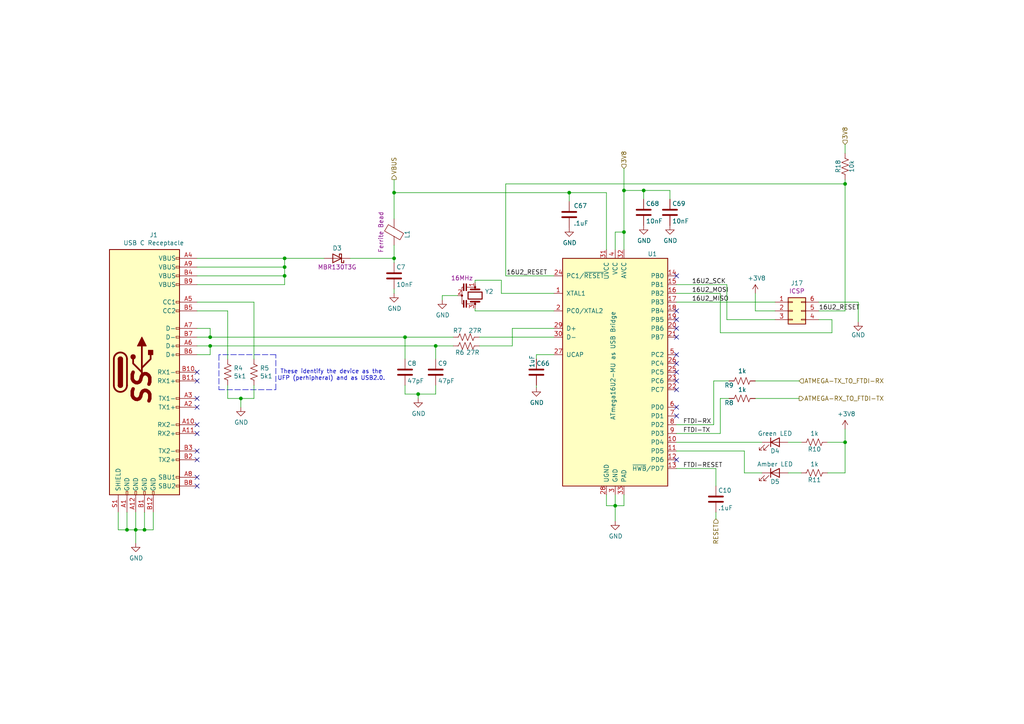
<source format=kicad_sch>
(kicad_sch (version 20211123) (generator eeschema)
  (paper "A4")
  (title_block (title "RCP USB PORT & BRIDGE "))
  (lib_symbols
    (symbol "Connector_Generic:Conn_02x03_Counter_Clockwise" (pin_names (offset 1.016) hide)
      (property "Reference" "J" (at 1.27 5.08 0))
      (property "Value" "Conn_02x03_Counter_Clockwise" (at 1.27 -5.08 0))
      (symbol "Conn_02x03_Counter_Clockwise_1_1"
        (rectangle (start -1.27 -2.413) (end 0 -2.667) (stroke (width 0.1524)))
        (rectangle (start -1.27 0.127) (end 0 -0.127) (stroke (width 0.1524)))
        (rectangle (start -1.27 2.667) (end 0 2.413) (stroke (width 0.1524)))
        (rectangle (start -1.27 3.81) (end 3.81 -3.81) (stroke (width 0.254)) (fill (type background)))
        (rectangle (start 3.81 -2.413) (end 2.54 -2.667) (stroke (width 0.1524)))
        (rectangle (start 3.81 0.127) (end 2.54 -0.127) (stroke (width 0.1524)))
        (rectangle (start 3.81 2.667) (end 2.54 2.413) (stroke (width 0.1524)))
        (pin passive line (at -5.08 2.54 0) (length 3.81) (name "Pin_1") (number "1"))
        (pin passive line (at -5.08 0 0) (length 3.81) (name "Pin_2") (number "2"))
        (pin passive line (at -5.08 -2.54 0) (length 3.81) (name "Pin_3") (number "3"))
        (pin passive line (at 7.62 -2.54 180) (length 3.81) (name "Pin_4") (number "4"))
        (pin passive line (at 7.62 0 180) (length 3.81) (name "Pin_5") (number "5"))
        (pin passive line (at 7.62 2.54 180) (length 3.81) (name "Pin_6") (number "6"))
      )
    )
    (symbol "Device:C" (pin_numbers hide) (pin_names (offset 0.254))
      (property "Reference" "C" (at 0.635 2.54 0))
      (property "Value" "C" (at 0.635 -2.54 0))
      (symbol "C_0_1"
        (polyline (pts (xy -2.032 -0.762) (xy 2.032 -0.762)) (stroke (width 0.508)))
        (polyline (pts (xy -2.032 0.762) (xy 2.032 0.762)) (stroke (width 0.508)))
      )
      (symbol "C_1_1"
        (pin passive line (at 0 3.81 270) (length 2.794) (name "~") (number "1"))
        (pin passive line (at 0 -3.81 90) (length 2.794) (name "~") (number "2"))
      )
    )
    (symbol "Device:D_Schottky" (pin_numbers hide) (pin_names (offset 1.016) hide)
      (property "Reference" "D" (at 0 2.54 0))
      (property "Value" "D_Schottky" (at 0 -2.54 0))
      (symbol "D_Schottky_0_1"
        (polyline (pts (xy 1.27 0) (xy -1.27 0)))
        (polyline (pts (xy 1.27 1.27) (xy 1.27 -1.27) (xy -1.27 0) (xy 1.27 1.27)) (stroke (width 0.254)))
        (polyline (pts (xy -1.905 0.635) (xy -1.905 1.27) (xy -1.27 1.27) (xy -1.27 -1.27) (xy -0.635 -1.27) (xy -0.635 -0.635)) (stroke (width 0.254)))
      )
      (symbol "D_Schottky_1_1"
        (pin passive line (at -3.81 0 0) (length 2.54) (name "K") (number "1"))
        (pin passive line (at 3.81 0 180) (length 2.54) (name "A") (number "2"))
      )
    )
    (symbol "Device:Ferrite_Bead" (pin_numbers hide) (pin_names (offset 0))
      (property "Reference" "FB" (at -3.81 0.635 90))
      (property "Value" "Device_Ferrite_Bead" (at 3.81 0 90))
      (symbol "Ferrite_Bead_0_1"
        (polyline (pts (xy 0 -1.27) (xy 0 -1.2192)))
        (polyline (pts (xy 0 1.27) (xy 0 1.2954)))
        (polyline (pts (xy -2.7686 0.4064) (xy -1.7018 2.2606) (xy 2.7686 -0.3048) (xy 1.6764 -2.159) (xy -2.7686 0.4064)))
      )
      (symbol "Ferrite_Bead_1_1"
        (pin passive line (at 0 3.81 270) (length 2.54) (name "~") (number "1"))
        (pin passive line (at 0 -3.81 90) (length 2.54) (name "~") (number "2"))
      )
    )
    (symbol "Device:LED" (pin_numbers hide) (pin_names (offset 1.016) hide)
      (property "Reference" "D" (at 0 2.54 0))
      (property "Value" "LED" (at 0 -2.54 0))
      (symbol "LED_0_1"
        (polyline (pts (xy -1.27 -1.27) (xy -1.27 1.27)) (stroke (width 0.254)))
        (polyline (pts (xy -1.27 0) (xy 1.27 0)))
        (polyline (pts (xy 1.27 -1.27) (xy 1.27 1.27) (xy -1.27 0) (xy 1.27 -1.27)) (stroke (width 0.254)))
        (polyline (pts (xy -3.048 -0.762) (xy -4.572 -2.286) (xy -3.81 -2.286) (xy -4.572 -2.286) (xy -4.572 -1.524)))
        (polyline (pts (xy -1.778 -0.762) (xy -3.302 -2.286) (xy -2.54 -2.286) (xy -3.302 -2.286) (xy -3.302 -1.524)))
      )
      (symbol "LED_1_1"
        (pin passive line (at -3.81 0 0) (length 2.54) (name "K") (number "1"))
        (pin passive line (at 3.81 0 180) (length 2.54) (name "A") (number "2"))
      )
    )
    (symbol "Device:R_US" (pin_numbers hide) (pin_names (offset 0))
      (property "Reference" "R" (at 2.54 0 90))
      (property "Value" "R_US" (at -2.54 0 90))
      (symbol "R_US_0_1"
        (polyline (pts (xy 0 -2.286) (xy 0 -2.54)))
        (polyline (pts (xy 0 2.286) (xy 0 2.54)))
        (polyline (pts (xy 0 -0.762) (xy 1.016 -1.143) (xy 0 -1.524) (xy -1.016 -1.905) (xy 0 -2.286)))
        (polyline (pts (xy 0 0.762) (xy 1.016 0.381) (xy 0 0) (xy -1.016 -0.381) (xy 0 -0.762)))
        (polyline (pts (xy 0 2.286) (xy 1.016 1.905) (xy 0 1.524) (xy -1.016 1.143) (xy 0 0.762)))
      )
      (symbol "R_US_1_1"
        (pin passive line (at 0 3.81 270) (length 1.27) (name "~") (number "1"))
        (pin passive line (at 0 -3.81 90) (length 1.27) (name "~") (number "2"))
      )
    )
    (symbol "Device:Resonator" (pin_names (offset 1.016) hide)
      (property "Reference" "Y" (at 0 5.715 0))
      (property "Value" "Resonator" (at 0 3.81 0))
      (symbol "Resonator_0_1"
        (rectangle (start -3.429 -3.175) (end -1.397 -3.429) (fill (type outline)))
        (rectangle (start -3.429 -2.413) (end -1.397 -2.667) (fill (type outline)))
        (circle (center -2.413 0) (radius 0.254) (fill (type outline)))
        (rectangle (start -1.016 2.032) (end 1.016 -2.032) (stroke (width 0.3048)))
        (circle (center 0 -3.81) (radius 0.254) (fill (type outline)))
        (polyline (pts (xy -2.413 -2.413) (xy -2.413 0)))
        (polyline (pts (xy -1.905 0) (xy -3.175 0)))
        (polyline (pts (xy -1.778 -1.27) (xy -1.778 1.27)) (stroke (width 0.508)))
        (polyline (pts (xy 1.778 -1.27) (xy 1.778 1.27)) (stroke (width 0.508)))
        (polyline (pts (xy 1.905 0) (xy 2.54 0)))
        (polyline (pts (xy 2.413 0) (xy 2.413 -2.54)))
        (polyline (pts (xy 2.413 -3.302) (xy 2.413 -3.81) (xy -2.413 -3.81) (xy -2.413 -3.302)))
        (rectangle (start 1.397 -3.175) (end 3.429 -3.429) (fill (type outline)))
        (rectangle (start 1.397 -2.413) (end 3.429 -2.667) (fill (type outline)))
        (circle (center 2.413 0) (radius 0.254) (fill (type outline)))
      )
      (symbol "Resonator_1_1"
        (pin passive line (at -3.81 0 0) (length 1.27) (name "1") (number "1"))
        (pin passive line (at 0 -5.08 90) (length 1.27) (name "2") (number "2"))
        (pin passive line (at 3.81 0 180) (length 1.27) (name "3") (number "3"))
      )
    )
    (symbol "MyLibrary:ATmega16U2-MU" (pin_names (offset 1.016))
      (property "Reference" "U" (at 8.89 33.02 0))
      (property "Value" "MyLibrary_ATmega16U2-MU" (at 0 0 0))
      (symbol "ATmega16U2-MU_1_1"
        (rectangle (start -15.24 -35.56) (end 15.24 30.48) (stroke (width 0.254)) (fill (type background)))
        (pin input line (at -17.78 20.32 0) (length 2.54) (name "XTAL1") (number "1"))
        (pin tri_state line (at 17.78 -22.86 180) (length 2.54) (name "PD4") (number "10"))
        (pin tri_state line (at 17.78 -25.4 180) (length 2.54) (name "PD5") (number "11"))
        (pin tri_state line (at 17.78 -27.94 180) (length 2.54) (name "PD6") (number "12"))
        (pin tri_state line (at 17.78 -30.48 180) (length 2.54) (name "~{HWB}/PD7") (number "13"))
        (pin tri_state line (at 17.78 25.4 180) (length 2.54) (name "PB0") (number "14"))
        (pin tri_state line (at 17.78 22.86 180) (length 2.54) (name "PB1") (number "15"))
        (pin tri_state line (at 17.78 20.32 180) (length 2.54) (name "PB2") (number "16"))
        (pin tri_state line (at 17.78 17.78 180) (length 2.54) (name "PB3") (number "17"))
        (pin tri_state line (at 17.78 15.24 180) (length 2.54) (name "PB4") (number "18"))
        (pin tri_state line (at 17.78 12.7 180) (length 2.54) (name "PB5") (number "19"))
        (pin tri_state line (at -17.78 15.24 0) (length 2.54) (name "PC0/XTAL2") (number "2"))
        (pin tri_state line (at 17.78 10.16 180) (length 2.54) (name "PB6") (number "20"))
        (pin tri_state line (at 17.78 7.62 180) (length 2.54) (name "PB7") (number "21"))
        (pin tri_state line (at 17.78 -7.62 180) (length 2.54) (name "PC7") (number "22"))
        (pin tri_state line (at 17.78 -5.08 180) (length 2.54) (name "PC6") (number "23"))
        (pin tri_state line (at -17.78 25.4 0) (length 2.54) (name "PC1/~{RESET}") (number "24"))
        (pin tri_state line (at 17.78 -2.54 180) (length 2.54) (name "PC5") (number "25"))
        (pin tri_state line (at 17.78 0 180) (length 2.54) (name "PC4") (number "26"))
        (pin passive line (at -17.78 2.54 0) (length 2.54) (name "UCAP") (number "27"))
        (pin power_in line (at -2.54 -38.1 90) (length 2.54) (name "UGND") (number "28"))
        (pin bidirectional line (at -17.78 10.16 0) (length 2.54) (name "D+") (number "29"))
        (pin power_in line (at 0 -38.1 90) (length 2.54) (name "GND") (number "3"))
        (pin bidirectional line (at -17.78 7.62 0) (length 2.54) (name "D-") (number "30"))
        (pin power_in line (at -2.54 33.02 270) (length 2.54) (name "UVCC") (number "31"))
        (pin power_in line (at 2.54 33.02 270) (length 2.54) (name "AVCC") (number "32"))
        (pin passive line (at 2.54 -38.1 90) (length 2.54) (name "PAD") (number "33"))
        (pin power_in line (at 0 33.02 270) (length 2.54) (name "VCC") (number "4"))
        (pin tri_state line (at 17.78 2.54 180) (length 2.54) (name "PC2") (number "5"))
        (pin tri_state line (at 17.78 -12.7 180) (length 2.54) (name "PD0") (number "6"))
        (pin tri_state line (at 17.78 -15.24 180) (length 2.54) (name "PD1") (number "7"))
        (pin tri_state line (at 17.78 -17.78 180) (length 2.54) (name "PD2") (number "8"))
        (pin tri_state line (at 17.78 -20.32 180) (length 2.54) (name "PD3") (number "9"))
      )
    )
    (symbol "RUSP_Mainboard-rescue:USB_C_Receptacle-Connector-4GRotaryCellPhone-rescue-4GRCP_Mainboard-rescue" (pin_names (offset 1.016))
      (property "Reference" "J" (at -10.16 36.83 0))
      (property "Value" "USB_C_Receptacle-Connector-4GRotaryCellPhone-rescue-4GRCP_Mainboard-rescue" (at 10.16 36.83 0))
      (symbol "USB_C_Receptacle-Connector-4GRotaryCellPhone-rescue-4GRCP_Mainboard-rescue_0_0"
        (rectangle (start -5.334 -35.56) (end -4.826 -34.544))
        (rectangle (start -2.794 -35.56) (end -2.286 -34.544))
        (rectangle (start -0.254 -35.56) (end 0.254 -34.544))
        (rectangle (start 2.286 -35.56) (end 2.794 -34.544))
        (rectangle (start 10.16 -32.766) (end 9.144 -33.274))
        (rectangle (start 10.16 -30.226) (end 9.144 -30.734))
        (rectangle (start 10.16 -25.146) (end 9.144 -25.654))
        (rectangle (start 10.16 -22.606) (end 9.144 -23.114))
        (rectangle (start 10.16 -17.526) (end 9.144 -18.034))
        (rectangle (start 10.16 -14.986) (end 9.144 -15.494))
        (rectangle (start 10.16 -9.906) (end 9.144 -10.414))
        (rectangle (start 10.16 -7.366) (end 9.144 -7.874))
        (rectangle (start 10.16 -2.286) (end 9.144 -2.794))
        (rectangle (start 10.16 0.254) (end 9.144 -0.254))
        (rectangle (start 10.16 5.334) (end 9.144 4.826))
        (rectangle (start 10.16 7.874) (end 9.144 7.366))
        (rectangle (start 10.16 10.414) (end 9.144 9.906))
        (rectangle (start 10.16 12.954) (end 9.144 12.446))
        (rectangle (start 10.16 18.034) (end 9.144 17.526))
        (rectangle (start 10.16 20.574) (end 9.144 20.066))
        (rectangle (start 10.16 25.654) (end 9.144 25.146))
        (rectangle (start 10.16 28.194) (end 9.144 27.686))
        (rectangle (start 10.16 30.734) (end 9.144 30.226))
        (rectangle (start 10.16 33.274) (end 9.144 32.766))
        (text "SS" (at -0.762 -4.445 900) (effects (font (size 5.08 5.08) bold italic)))
      )
      (symbol "USB_C_Receptacle-Connector-4GRotaryCellPhone-rescue-4GRCP_Mainboard-rescue_0_1"
        (rectangle (start -10.16 35.56) (end 10.16 -35.56) (stroke (width 0.254)) (fill (type background)))
        (arc (start -8.89 -3.81) (mid -6.985 -5.715) (end -5.08 -3.81) (stroke (width 0.508)))
        (arc (start -7.62 -3.81) (mid -6.985 -4.445) (end -6.35 -3.81) (stroke (width 0.254)))
        (arc (start -7.62 -3.81) (mid -6.985 -4.445) (end -6.35 -3.81) (stroke (width 0.254)) (fill (type outline)))
        (rectangle (start -7.62 -3.81) (end -6.35 3.81) (stroke (width 0.254)) (fill (type outline)))
        (arc (start -6.35 3.81) (mid -6.985 4.445) (end -7.62 3.81) (stroke (width 0.254)))
        (arc (start -6.35 3.81) (mid -6.985 4.445) (end -7.62 3.81) (stroke (width 0.254)) (fill (type outline)))
        (arc (start -5.08 3.81) (mid -6.985 5.715) (end -8.89 3.81) (stroke (width 0.508)))
        (circle (center -3.302 4.445) (radius 0.635) (stroke (width 0.254)) (fill (type outline)))
        (polyline (pts (xy -8.89 -3.81) (xy -8.89 3.81)) (stroke (width 0.508)))
        (polyline (pts (xy -5.08 3.81) (xy -5.08 -3.81)) (stroke (width 0.508)))
        (polyline (pts (xy -0.762 -1.27) (xy -0.762 7.62)) (stroke (width 0.508)))
        (polyline (pts (xy -0.762 0) (xy -3.302 2.54) (xy -3.302 3.81)) (stroke (width 0.508)))
        (polyline (pts (xy -0.762 1.27) (xy 1.778 3.81) (xy 1.778 5.08)) (stroke (width 0.508)))
        (polyline (pts (xy -2.032 7.62) (xy -0.762 10.16) (xy 0.508 7.62) (xy -2.032 7.62)) (stroke (width 0.254)) (fill (type outline)))
        (rectangle (start 1.143 5.08) (end 2.413 6.35) (stroke (width 0.254)) (fill (type outline)))
      )
      (symbol "USB_C_Receptacle-Connector-4GRotaryCellPhone-rescue-4GRCP_Mainboard-rescue_1_1"
        (pin power_in line (at -5.08 -40.64 90) (length 5.08) (name "GND") (number "A1"))
        (pin bidirectional line (at 15.24 -15.24 180) (length 5.08) (name "RX2-") (number "A10"))
        (pin bidirectional line (at 15.24 -17.78 180) (length 5.08) (name "RX2+") (number "A11"))
        (pin power_in line (at -2.54 -40.64 90) (length 5.08) (name "GND") (number "A12"))
        (pin bidirectional line (at 15.24 -10.16 180) (length 5.08) (name "TX1+") (number "A2"))
        (pin bidirectional line (at 15.24 -7.62 180) (length 5.08) (name "TX1-") (number "A3"))
        (pin power_in line (at 15.24 33.02 180) (length 5.08) (name "VBUS") (number "A4"))
        (pin bidirectional line (at 15.24 20.32 180) (length 5.08) (name "CC1") (number "A5"))
        (pin bidirectional line (at 15.24 7.62 180) (length 5.08) (name "D+") (number "A6"))
        (pin bidirectional line (at 15.24 12.7 180) (length 5.08) (name "D-") (number "A7"))
        (pin bidirectional line (at 15.24 -30.48 180) (length 5.08) (name "SBU1") (number "A8"))
        (pin power_in line (at 15.24 30.48 180) (length 5.08) (name "VBUS") (number "A9"))
        (pin power_in line (at 0 -40.64 90) (length 5.08) (name "GND") (number "B1"))
        (pin bidirectional line (at 15.24 0 180) (length 5.08) (name "RX1-") (number "B10"))
        (pin bidirectional line (at 15.24 -2.54 180) (length 5.08) (name "RX1+") (number "B11"))
        (pin power_in line (at 2.54 -40.64 90) (length 5.08) (name "GND") (number "B12"))
        (pin bidirectional line (at 15.24 -25.4 180) (length 5.08) (name "TX2+") (number "B2"))
        (pin bidirectional line (at 15.24 -22.86 180) (length 5.08) (name "TX2-") (number "B3"))
        (pin power_in line (at 15.24 27.94 180) (length 5.08) (name "VBUS") (number "B4"))
        (pin bidirectional line (at 15.24 17.78 180) (length 5.08) (name "CC2") (number "B5"))
        (pin bidirectional line (at 15.24 5.08 180) (length 5.08) (name "D+") (number "B6"))
        (pin bidirectional line (at 15.24 10.16 180) (length 5.08) (name "D-") (number "B7"))
        (pin bidirectional line (at 15.24 -33.02 180) (length 5.08) (name "SBU2") (number "B8"))
        (pin power_in line (at 15.24 25.4 180) (length 5.08) (name "VBUS") (number "B9"))
        (pin passive line (at -7.62 -40.64 90) (length 5.08) (name "SHIELD") (number "S1"))
      )
    )
    (symbol "power:+3V8" (power) (pin_names (offset 0))
      (property "Value" "+3V8" (at 0 3.556 0))
      (symbol "+3V8_0_1"
        (polyline (pts (xy -0.762 1.27) (xy 0 2.54)))
        (polyline (pts (xy 0 0) (xy 0 2.54)))
        (polyline (pts (xy 0 2.54) (xy 0.762 1.27)))
      )
      (symbol "+3V8_1_1"
        (pin power_in line (at 0 0 90) (length 0) hide (name "+3V8") (number "1"))
      )
    )
    (symbol "power:GND" (power) (pin_names (offset 0))
      (property "Value" "GND" (at 0 -3.81 0))
      (symbol "GND_0_1"
        (polyline (pts (xy 0 0) (xy 0 -1.27) (xy 1.27 -1.27) (xy 0 -2.54) (xy -1.27 -1.27) (xy 0 -1.27)))
      )
      (symbol "GND_1_1"
        (pin power_in line (at 0 0 270) (length 0) hide (name "GND") (number "1"))
      )
    )
  )
  (junction (at 178.435 146.685))
  (junction (at 60.96 100.33))
  (junction (at 186.69 55.245))
  (junction (at 126.365 100.33))
  (junction (at 82.55 74.93))
  (junction (at 41.91 153.67))
  (junction (at 165.1 55.88))
  (junction (at 114.3 55.88))
  (junction (at 121.285 114.3))
  (junction (at 180.975 55.245))
  (junction (at 114.3 74.93))
  (junction (at 39.37 153.67))
  (junction (at 82.55 80.01))
  (junction (at 245.11 128.27))
  (junction (at 180.975 67.31))
  (junction (at 82.55 77.47))
  (junction (at 69.85 115.57))
  (junction (at 60.96 97.79))
  (junction (at 117.475 97.79))
  (junction (at 245.11 53.34))
  (junction (at 36.83 153.67))
  (no_connect (at 57.15 123.19))
  (no_connect (at 196.215 90.17))
  (no_connect (at 196.215 92.71))
  (no_connect (at 57.15 130.81))
  (no_connect (at 57.15 107.95))
  (no_connect (at 196.215 95.25))
  (no_connect (at 57.15 115.57))
  (no_connect (at 196.215 113.03))
  (no_connect (at 196.215 118.11))
  (no_connect (at 196.215 107.95))
  (no_connect (at 196.215 110.49))
  (no_connect (at 57.15 110.49))
  (no_connect (at 196.215 97.79))
  (no_connect (at 57.15 133.35))
  (no_connect (at 57.15 125.73))
  (no_connect (at 196.215 102.87))
  (no_connect (at 196.215 120.65))
  (no_connect (at 196.215 105.41))
  (no_connect (at 196.215 80.01))
  (no_connect (at 57.15 138.43))
  (no_connect (at 57.15 118.11))
  (no_connect (at 57.15 140.97))
  (no_connect (at 196.215 133.35))
  (wire (pts (xy 196.215 130.81) (xy 215.9 130.81)))
  (wire (pts (xy 155.575 102.87) (xy 160.655 102.87)))
  (wire (pts (xy 196.215 128.27) (xy 220.98 128.27)))
  (wire (pts (xy 207.645 150.495) (xy 207.645 148.59)))
  (wire (pts (xy 245.11 41.91) (xy 245.11 44.45)))
  (wire (pts (xy 208.915 85.09) (xy 208.915 96.52)))
  (wire (pts (xy 114.3 74.93) (xy 114.3 71.12)))
  (wire (pts (xy 237.49 90.17) (xy 245.11 90.17)))
  (wire (pts (xy 178.435 72.39) (xy 178.435 67.31)))
  (wire (pts (xy 186.69 55.245) (xy 194.31 55.245)))
  (wire (pts (xy 160.655 90.17) (xy 137.795 90.17)))
  (wire (pts (xy 82.55 74.93) (xy 57.15 74.93)))
  (wire (pts (xy 219.075 90.17) (xy 224.79 90.17)))
  (wire (pts (xy 117.475 111.76) (xy 117.475 114.3)))
  (wire (pts (xy 114.3 52.07) (xy 114.3 55.88)))
  (wire (pts (xy 196.215 123.19) (xy 207.01 123.19)))
  (wire (pts (xy 165.1 55.88) (xy 114.3 55.88)))
  (wire (pts (xy 146.685 80.01) (xy 160.655 80.01)))
  (wire (pts (xy 215.9 137.16) (xy 220.98 137.16)))
  (wire (pts (xy 245.11 53.34) (xy 146.685 53.34)))
  (wire (pts (xy 57.15 97.79) (xy 60.96 97.79)))
  (wire (pts (xy 178.435 67.31) (xy 180.975 67.31)))
  (wire (pts (xy 57.15 100.33) (xy 60.96 100.33)))
  (polyline (pts (xy 80.01 113.03) (xy 80.01 102.87)))
  (wire (pts (xy 228.6 137.16) (xy 232.41 137.16)))
  (wire (pts (xy 178.435 146.685) (xy 180.975 146.685)))
  (wire (pts (xy 126.365 100.33) (xy 131.445 100.33)))
  (wire (pts (xy 82.55 80.01) (xy 82.55 77.47)))
  (wire (pts (xy 196.215 87.63) (xy 224.79 87.63)))
  (wire (pts (xy 245.11 90.17) (xy 245.11 53.34)))
  (wire (pts (xy 219.075 85.09) (xy 219.075 90.17)))
  (wire (pts (xy 82.55 82.55) (xy 82.55 80.01)))
  (wire (pts (xy 137.795 90.17) (xy 137.795 89.535)))
  (wire (pts (xy 36.83 153.67) (xy 39.37 153.67)))
  (wire (pts (xy 207.01 110.49) (xy 211.455 110.49)))
  (wire (pts (xy 114.3 55.88) (xy 114.3 63.5)))
  (wire (pts (xy 208.915 115.57) (xy 208.915 125.73)))
  (wire (pts (xy 175.895 143.51) (xy 175.895 146.685)))
  (wire (pts (xy 148.59 100.33) (xy 148.59 95.25)))
  (wire (pts (xy 180.975 55.245) (xy 186.69 55.245)))
  (wire (pts (xy 208.915 115.57) (xy 211.455 115.57)))
  (wire (pts (xy 245.11 124.46) (xy 245.11 128.27)))
  (wire (pts (xy 57.15 82.55) (xy 82.55 82.55)))
  (wire (pts (xy 245.11 137.16) (xy 240.03 137.16)))
  (wire (pts (xy 175.895 72.39) (xy 175.895 55.88)))
  (wire (pts (xy 57.15 80.01) (xy 82.55 80.01)))
  (wire (pts (xy 215.9 130.81) (xy 215.9 137.16)))
  (wire (pts (xy 245.11 53.34) (xy 245.11 52.07)))
  (wire (pts (xy 126.365 104.14) (xy 126.365 100.33)))
  (wire (pts (xy 210.82 82.55) (xy 196.215 82.55)))
  (wire (pts (xy 57.15 90.17) (xy 66.04 90.17)))
  (wire (pts (xy 34.29 153.67) (xy 36.83 153.67)))
  (wire (pts (xy 207.645 135.89) (xy 207.645 140.97)))
  (wire (pts (xy 117.475 114.3) (xy 121.285 114.3)))
  (wire (pts (xy 137.795 81.915) (xy 137.795 81.28)))
  (wire (pts (xy 207.01 123.19) (xy 207.01 110.49)))
  (wire (pts (xy 148.59 95.25) (xy 160.655 95.25)))
  (wire (pts (xy 57.15 87.63) (xy 73.66 87.63)))
  (wire (pts (xy 175.895 55.88) (xy 165.1 55.88)))
  (wire (pts (xy 139.065 100.33) (xy 148.59 100.33)))
  (wire (pts (xy 237.49 92.71) (xy 241.3 92.71)))
  (wire (pts (xy 208.915 125.73) (xy 196.215 125.73)))
  (wire (pts (xy 60.96 102.87) (xy 60.96 100.33)))
  (wire (pts (xy 139.065 97.79) (xy 160.655 97.79)))
  (wire (pts (xy 41.91 148.59) (xy 41.91 153.67)))
  (wire (pts (xy 73.66 115.57) (xy 73.66 111.76)))
  (wire (pts (xy 196.215 85.09) (xy 208.915 85.09)))
  (polyline (pts (xy 63.5 113.03) (xy 80.01 113.03)))
  (wire (pts (xy 60.96 100.33) (xy 126.365 100.33)))
  (wire (pts (xy 66.04 115.57) (xy 69.85 115.57)))
  (wire (pts (xy 180.975 67.31) (xy 180.975 72.39)))
  (wire (pts (xy 137.795 81.28) (xy 145.415 81.28)))
  (wire (pts (xy 210.82 92.71) (xy 210.82 82.55)))
  (wire (pts (xy 57.15 95.25) (xy 60.96 95.25)))
  (wire (pts (xy 180.975 55.245) (xy 180.975 48.895)))
  (wire (pts (xy 66.04 111.76) (xy 66.04 115.57)))
  (polyline (pts (xy 63.5 102.87) (xy 63.5 113.03)))
  (wire (pts (xy 66.04 90.17) (xy 66.04 104.14)))
  (wire (pts (xy 248.92 87.63) (xy 237.49 87.63)))
  (wire (pts (xy 245.11 128.27) (xy 245.11 137.16)))
  (wire (pts (xy 228.6 128.27) (xy 232.41 128.27)))
  (wire (pts (xy 165.1 58.42) (xy 165.1 55.88)))
  (wire (pts (xy 208.915 96.52) (xy 241.3 96.52)))
  (polyline (pts (xy 80.01 102.87) (xy 63.5 102.87)))
  (wire (pts (xy 57.15 77.47) (xy 82.55 77.47)))
  (wire (pts (xy 44.45 148.59) (xy 44.45 153.67)))
  (wire (pts (xy 114.3 76.2) (xy 114.3 74.93)))
  (wire (pts (xy 178.435 151.13) (xy 178.435 146.685)))
  (wire (pts (xy 178.435 143.51) (xy 178.435 146.685)))
  (wire (pts (xy 126.365 114.3) (xy 126.365 111.76)))
  (wire (pts (xy 240.03 128.27) (xy 245.11 128.27)))
  (wire (pts (xy 73.66 87.63) (xy 73.66 104.14)))
  (wire (pts (xy 39.37 157.48) (xy 39.37 153.67)))
  (wire (pts (xy 128.27 86.995) (xy 128.27 85.725)))
  (wire (pts (xy 57.15 102.87) (xy 60.96 102.87)))
  (wire (pts (xy 186.69 55.245) (xy 186.69 57.785)))
  (wire (pts (xy 121.285 115.57) (xy 121.285 114.3)))
  (wire (pts (xy 194.31 55.245) (xy 194.31 57.785)))
  (wire (pts (xy 155.575 104.14) (xy 155.575 102.87)))
  (wire (pts (xy 121.285 114.3) (xy 126.365 114.3)))
  (wire (pts (xy 117.475 104.14) (xy 117.475 97.79)))
  (wire (pts (xy 145.415 85.09) (xy 160.655 85.09)))
  (wire (pts (xy 60.96 95.25) (xy 60.96 97.79)))
  (wire (pts (xy 36.83 153.67) (xy 36.83 148.59)))
  (wire (pts (xy 114.3 85.09) (xy 114.3 83.82)))
  (wire (pts (xy 180.975 146.685) (xy 180.975 143.51)))
  (wire (pts (xy 41.91 153.67) (xy 44.45 153.67)))
  (wire (pts (xy 60.96 97.79) (xy 117.475 97.79)))
  (wire (pts (xy 248.92 93.345) (xy 248.92 87.63)))
  (wire (pts (xy 39.37 153.67) (xy 41.91 153.67)))
  (wire (pts (xy 145.415 81.28) (xy 145.415 85.09)))
  (wire (pts (xy 196.215 135.89) (xy 207.645 135.89)))
  (wire (pts (xy 101.6 74.93) (xy 114.3 74.93)))
  (wire (pts (xy 241.3 96.52) (xy 241.3 92.71)))
  (wire (pts (xy 82.55 74.93) (xy 93.98 74.93)))
  (wire (pts (xy 34.29 153.67) (xy 34.29 148.59)))
  (wire (pts (xy 82.55 77.47) (xy 82.55 74.93)))
  (wire (pts (xy 219.075 110.49) (xy 231.775 110.49)))
  (wire (pts (xy 117.475 97.79) (xy 131.445 97.79)))
  (wire (pts (xy 180.975 67.31) (xy 180.975 55.245)))
  (wire (pts (xy 69.85 115.57) (xy 73.66 115.57)))
  (wire (pts (xy 155.575 111.76) (xy 155.575 112.395)))
  (wire (pts (xy 210.82 92.71) (xy 224.79 92.71)))
  (wire (pts (xy 231.775 115.57) (xy 219.075 115.57)))
  (wire (pts (xy 175.895 146.685) (xy 178.435 146.685)))
  (wire (pts (xy 39.37 148.59) (xy 39.37 153.67)))
  (wire (pts (xy 146.685 53.34) (xy 146.685 80.01)))
  (wire (pts (xy 69.85 115.57) (xy 69.85 118.11)))
  (wire (pts (xy 128.27 85.725) (xy 132.715 85.725)))
  (text "These identify the device as the \nUFP (perhipheral) and as USB2.0." (at 111.76 110.49 0) (effects (font (size 1.1938 1.1938)) (justify right bottom)))
  (label "FTDI-TX" (at 198.12 125.73 0))
  (label "16U2_RESET" (at 237.49 90.17 0))
  (label "16U2_MOSI" (at 200.66 85.09 0))
  (label "16U2_RESET" (at 158.75 80.01 180))
  (label "16U2_MISO" (at 200.66 87.63 0))
  (label "16U2_SCK" (at 200.66 82.55 0))
  (label "FTDI-RX" (at 198.12 123.19 0))
  (label "FTDI-RESET" (at 198.12 135.89 0))
  (hierarchical_label "ATMEGA-TX_TO_FTDI-RX" (shape input) (at 231.775 110.49 0))
  (hierarchical_label "ATMEGA-RX_TO_FTDI-TX" (shape output) (at 231.775 115.57 0))
  (hierarchical_label "VBUS" (shape output) (at 114.3 52.07 90))
  (hierarchical_label "RESET" (shape input) (at 207.645 150.495 270))
  (hierarchical_label "3V8" (shape input) (at 180.975 48.895 90))
  (hierarchical_label "3V8" (shape input) (at 245.11 41.91 90))
  (symbol (lib_id "Device:R_US") (at 135.255 97.79 270) (unit 1)
    (property "Reference" "R7" (at 132.715 95.885 90))
    (property "Value" "27R" (at 137.795 95.885 90))
    (property "Footprint" "Resistor_SMD:R_0603_1608Metric" (effects hide))
    (property "Distrib. Name" "Digi-Key" (effects hide))
    (property "Distrib Part No." "RMCF0603JT27R0CT-ND " (effects hide))
  )
  (symbol (lib_id "Device:R_US") (at 135.255 100.33 270) (unit 1)
    (property "Reference" "R6" (at 133.35 102.235 90))
    (property "Value" "27R" (at 137.16 102.235 90))
    (property "Footprint" "Resistor_SMD:R_0603_1608Metric" (effects hide))
    (property "Distrib. Name" "Digi-Key" (effects hide))
    (property "Distrib Part No." "RMCF0603JT27R0CT-ND " (effects hide))
  )
  (symbol (lib_id "Device:C") (at 126.365 107.95 0) (unit 1)
    (property "Reference" "C9" (at 127 105.41 0) (effects (justify left)))
    (property "Value" "47pF" (at 127 110.49 0) (effects (justify left)))
    (property "Footprint" "Capacitor_SMD:C_0603_1608Metric" (effects hide))
    (property "Distrib. Name" "Digi-Key" (effects hide))
    (property "Distrib Part No." "399-7918-1-ND " (effects hide))
  )
  (symbol (lib_id "Device:C") (at 117.475 107.95 0) (unit 1)
    (property "Reference" "C8" (at 118.11 105.41 0) (effects (justify left)))
    (property "Value" "47pF" (at 118.11 110.49 0) (effects (justify left)))
    (property "Footprint" "Capacitor_SMD:C_0603_1608Metric" (effects hide))
    (property "Distrib. Name" "Digi-Key" (effects hide))
    (property "Distrib Part No." "399-7918-1-ND " (effects hide))
  )
  (symbol (lib_id "Device:R_US") (at 236.22 128.27 270) (unit 1)
    (property "Reference" "R10" (at 236.22 130.302 90))
    (property "Value" "1k" (at 236.22 125.73 90))
    (property "Footprint" "Resistor_SMD:R_0603_1608Metric" (effects hide))
    (property "Distrib. Name" "Digi-Key" (effects hide))
    (property "Distrib Part No." "P1.0KGCT-ND" (effects hide))
  )
  (symbol (lib_id "Device:LED") (at 224.79 128.27 0) (unit 1)
    (property "Reference" "D4" (at 224.79 130.81 0))
    (property "Value" "Green LED" (at 224.79 125.73 0))
    (property "Footprint" "LED_SMD:LED_0603_1608Metric_Castellated" (effects hide))
    (property "Mfg. Name" "OSRAM" (effects hide))
    (property "Mfg. Part No." "LT Q39G-Q1OO-25-1" (effects hide))
    (property "Distrib. Name" "DigiKey" (effects hide))
    (property "Distrib Part No." "475-3442-1-ND‎" (effects hide))
    (property "Color" "Rx/GREEN" (effects hide))
  )
  (symbol (lib_id "Device:R_US") (at 236.22 137.16 270) (unit 1)
    (property "Reference" "R11" (at 236.22 139.192 90))
    (property "Value" "1k" (at 236.22 134.62 90))
    (property "Footprint" "Resistor_SMD:R_0603_1608Metric" (effects hide))
    (property "Distrib. Name" "Digi-Key" (effects hide))
    (property "Distrib Part No." "P1.0KGCT-ND" (effects hide))
  )
  (symbol (lib_id "Device:LED") (at 224.79 137.16 0) (unit 1)
    (property "Reference" "D5" (at 224.79 139.7 0))
    (property "Value" "Amber LED" (at 224.79 134.62 0))
    (property "Footprint" "LED_SMD:LED_0603_1608Metric_Castellated" (effects hide))
    (property "Mfg. Name" "Inolux" (effects hide))
    (property "Mfg. Part No." "IN-S63AT5Y" (effects hide))
    (property "Distrib. Name" "DigiKey" (effects hide))
    (property "Distrib Part No." "1830-1066-1-ND‎" (effects hide))
    (property "Color" "Tx/YELLOW" (effects hide))
  )
  (symbol (lib_id "Device:Ferrite_Bead") (at 114.3 67.31 180) (unit 1)
    (property "Reference" "L1" (at 118.11 67.945 90))
    (property "Value" "Ferrite Bead for VBus" (effects hide))
    (property "Footprint" "Resistor_SMD:R_0805_2012Metric_Pad1.15x1.40mm_HandSolder" (effects hide))
    (property "Mfg. Name" "Laird" (effects hide))
    (property "Mfg. Part No." "MI0805K601R-10" (effects hide))
    (property "Distrib. Name" "DigiKey" (effects hide))
    (property "Distrib Part No." "240-2390-1-ND" (effects hide))
    (property "Label" "Ferrite Bead" (at 110.49 67.31 90))
  )
  (symbol (lib_id "Device:C") (at 114.3 80.01 0) (unit 1)
    (property "Reference" "C7" (at 114.935 77.47 0) (effects (justify left)))
    (property "Value" "10nF" (at 114.935 82.55 0) (effects (justify left)))
    (property "Footprint" "Capacitor_SMD:C_0603_1608Metric" (effects hide))
  )
  (symbol (lib_id "Device:C") (at 207.645 144.78 0) (unit 1)
    (property "Reference" "C10" (at 208.28 142.24 0) (effects (justify left)))
    (property "Value" ".1uF" (at 208.28 147.32 0) (effects (justify left)))
    (property "Footprint" "Capacitor_SMD:C_0603_1608Metric" (effects hide))
    (property "Distrib. Name" "Digi-Key" (effects hide))
    (property "Distrib Part No." "1276-1000-1-ND " (effects hide))
    (property "Label" "50V" (effects hide))
  )
  (symbol (lib_id "Device:R_US") (at 215.265 115.57 90) (unit 1)
    (property "Reference" "R8" (at 211.455 116.84 90))
    (property "Value" "1k" (at 215.265 113.03 90))
    (property "Footprint" "Resistor_SMD:R_0603_1608Metric" (effects hide))
    (property "Distrib. Name" "Digi-Key" (effects hide))
    (property "Distrib Part No." "P1.0KGCT-ND" (effects hide))
  )
  (symbol (lib_id "Device:R_US") (at 215.265 110.49 270) (unit 1)
    (property "Reference" "R9" (at 211.455 111.76 90))
    (property "Value" "1k" (at 215.265 107.5944 90))
    (property "Footprint" "Resistor_SMD:R_0603_1608Metric" (effects hide))
    (property "Distrib. Name" "Digi-Key" (effects hide))
    (property "Distrib Part No." "P1.0KGCT-ND" (effects hide))
  )
  (symbol (lib_id "Device:D_Schottky") (at 97.79 74.93 180) (unit 1)
    (property "Reference" "D3" (at 97.79 71.9836 0))
    (property "Value" "VBus Protection Schottky" (effects hide))
    (property "Footprint" "Diode_SMD:D_SOD-123" (effects hide))
    (property "Mfg. Name" "ON Semiconductor" (effects hide))
    (property "Mfg. Part No." "MBR130T3G" (at 97.79 77.47 0))
    (property "Distrib. Name" "DigiKey" (effects hide))
    (property "Distrib Part No." "MBR130T3GOSCT-ND" (effects hide))
  )
  (symbol (lib_id "power:GND") (at 69.85 118.11 0) (unit 1)
    (property "Reference" "#PWR0121" (effects hide))
    (property "Value" "GND" (at 69.977 122.5042 0))
  )
  (symbol (lib_id "power:GND") (at 121.285 115.57 0) (unit 1)
    (property "Reference" "#PWR0123" (effects hide))
    (property "Value" "GND" (at 121.412 119.9642 0))
  )
  (symbol (lib_id "RUSP_Mainboard-rescue:USB_C_Receptacle-Connector-4GRotaryCellPhone-rescue-4GRCP_Mainboard-rescue") (at 41.91 107.95 0) (unit 1)
    (property "Reference" "J1" (at 44.577 68.1482 0))
    (property "Value" "USB C Receptacle" (at 44.577 70.4596 0))
    (property "Footprint" "MyFootprints:USBC_CUI_UJ31-CH-G1-SMT-TR" (effects hide))
    (property "Datasheet" "https://www.cuidevices.com/product/resource/uj31-ch-g1-smt-tr.pdf" (effects hide))
    (property "Mfg. Name" "CUI" (effects hide))
    (property "Mfg. Part No." "UJ31-CH-G1-SMT-TR" (effects hide))
  )
  (symbol (lib_id "Device:R_US") (at 66.04 107.95 0) (unit 1)
    (property "Reference" "R4" (at 67.7672 106.7816 0) (effects (justify left)))
    (property "Value" "5k1" (at 67.7672 109.093 0) (effects (justify left)))
    (property "Footprint" "Resistor_SMD:R_0402_1005Metric" (effects hide))
    (property "Mfg. Name" "Yageo" (effects hide))
    (property "Mfg. Part No." "RC0402FR-075K1L" (effects hide))
  )
  (symbol (lib_id "Device:R_US") (at 73.66 107.95 0) (unit 1)
    (property "Reference" "R5" (at 75.3872 106.7816 0) (effects (justify left)))
    (property "Value" "5k1" (at 75.3872 109.093 0) (effects (justify left)))
    (property "Footprint" "Resistor_SMD:R_0402_1005Metric" (effects hide))
    (property "Mfg. Name" "Yageo" (effects hide))
    (property "Mfg. Part No." "RC0402FR-075K1L" (effects hide))
  )
  (symbol (lib_id "power:GND") (at 114.3 85.09 0) (unit 1)
    (property "Reference" "#PWR0151" (effects hide))
    (property "Value" "GND" (at 114.427 89.4842 0))
  )
  (symbol (lib_id "power:GND") (at 39.37 157.48 0) (unit 1)
    (property "Reference" "#PWR0152" (effects hide))
    (property "Value" "GND" (at 39.497 161.8742 0))
  )
  (symbol (lib_id "power:+3V8") (at 245.11 124.46 0) (unit 1)
    (property "Reference" "#PWR0122" (effects hide))
    (property "Value" "+3V8" (at 245.491 120.0658 0))
  )
  (symbol (lib_id "Device:C") (at 165.1 62.23 0) (unit 1)
    (property "Reference" "C67" (at 166.37 59.69 0) (effects (justify left)))
    (property "Value" ".1uF" (at 166.37 64.77 0) (effects (justify left)))
    (property "Footprint" "Capacitor_SMD:C_0603_1608Metric" (effects hide))
  )
  (symbol (lib_id "power:GND") (at 165.1 66.04 0) (unit 1)
    (property "Reference" "#PWR0149" (effects hide))
    (property "Value" "GND" (at 165.227 70.4342 0))
  )
  (symbol (lib_id "Connector_Generic:Conn_02x03_Counter_Clockwise") (at 229.87 90.17 0) (unit 1) (in_bom no)
    (property "Reference" "J17" (at 231.14 82.1182 0))
    (property "Value" "Conn_02x03_Counter_Clockwise" (effects hide))
    (property "Footprint" "MyFootprints:Tag-Connect_TC2030-IDC_MINIMAL" (effects hide))
    (property "Mfg. Name" "Tag-Connect" (effects hide))
    (property "Mfg. Part No." "Mating Connector: TC2030-IDC " (effects hide))
    (property "Label" "ICSP" (at 231.14 84.4296 0))
  )
  (symbol (lib_id "power:+3V8") (at 219.075 85.09 0) (unit 1)
    (property "Reference" "#PWR0150" (effects hide))
    (property "Value" "+3V8" (at 219.456 80.6958 0))
  )
  (symbol (lib_id "power:GND") (at 248.92 93.345 0) (unit 1)
    (property "Reference" "#PWR0234" (effects hide))
    (property "Value" "GND" (at 248.92 97.155 0))
  )
  (symbol (lib_id "Device:R_US") (at 245.11 48.26 180) (unit 1)
    (property "Reference" "R18" (at 243.078 48.26 90))
    (property "Value" "10k" (at 247.015 48.26 90))
    (property "Footprint" "Resistor_SMD:R_0603_1608Metric" (effects hide))
  )
  (symbol (lib_id "MyLibrary:ATmega16U2-MU") (at 178.435 105.41 0) (unit 1)
    (property "Reference" "U1" (at 189.23 73.66 0))
    (property "Value" "ATmega16U2-MU as USB Bridge" (at 177.8 106.045 90))
    (property "Footprint" "Package_DFN_QFN:QFN-32-1EP_5x5mm_P0.5mm_EP3.65x3.65mm" (effects hide))
    (property "Mfg. Name" "ATmega" (effects hide))
    (property "Mfg. Part No." "ATmega16U2-MU" (effects hide))
  )
  (symbol (lib_id "power:GND") (at 178.435 151.13 0) (unit 1)
    (property "Reference" "#PWR0246" (effects hide))
    (property "Value" "GND" (at 178.562 155.5242 0))
  )
  (symbol (lib_id "Device:C") (at 155.575 107.95 0) (unit 1)
    (property "Reference" "C66" (at 155.575 105.41 0) (effects (justify left)))
    (property "Value" "1uF" (at 154.305 106.68 90) (effects (justify left)))
    (property "Footprint" "Capacitor_SMD:C_0402_1005Metric" (effects hide))
    (property "Mfg. Name" "Kemet" (effects hide))
    (property "Mfg. Part No." "C0402C105K9PACTU" (effects hide))
  )
  (symbol (lib_id "power:GND") (at 155.575 112.395 0) (unit 1)
    (property "Reference" "#PWR0247" (effects hide))
    (property "Value" "GND" (at 155.702 116.7892 0))
  )
  (symbol (lib_id "Device:C") (at 186.69 61.595 0) (unit 1)
    (property "Reference" "C68" (at 187.325 59.055 0) (effects (justify left)))
    (property "Value" "10nF" (at 187.325 64.135 0) (effects (justify left)))
    (property "Footprint" "Capacitor_SMD:C_0603_1608Metric" (effects hide))
  )
  (symbol (lib_id "Device:C") (at 194.31 61.595 0) (unit 1)
    (property "Reference" "C69" (at 194.945 59.055 0) (effects (justify left)))
    (property "Value" "10nF" (at 194.945 64.135 0) (effects (justify left)))
    (property "Footprint" "Capacitor_SMD:C_0603_1608Metric" (effects hide))
  )
  (symbol (lib_id "power:GND") (at 186.69 65.405 0) (unit 1)
    (property "Reference" "#PWR0248" (effects hide))
    (property "Value" "GND" (at 186.817 69.7992 0))
  )
  (symbol (lib_id "power:GND") (at 194.31 65.405 0) (unit 1)
    (property "Reference" "#PWR0249" (effects hide))
    (property "Value" "GND" (at 194.437 69.7992 0))
  )
  (symbol (lib_id "Device:Resonator") (at 137.795 85.725 270) (unit 1)
    (property "Reference" "Y2" (at 140.6144 84.5566 90) (effects (justify left)))
    (property "Value" "16MHz Resonator" (effects hide))
    (property "Footprint" "MyFootprints:AWSCR-16.00CV-T" (effects hide))
    (property "Mfg. Part No." "AWSCR-16.00CV-T" (effects hide))
    (property "Label" "16MHz" (at 133.985 80.645 90))
  )
  (symbol (lib_id "power:GND") (at 128.27 86.995 0) (unit 1)
    (property "Reference" "#PWR0250" (effects hide))
    (property "Value" "GND" (at 128.397 91.3892 0))
  )
)
</source>
